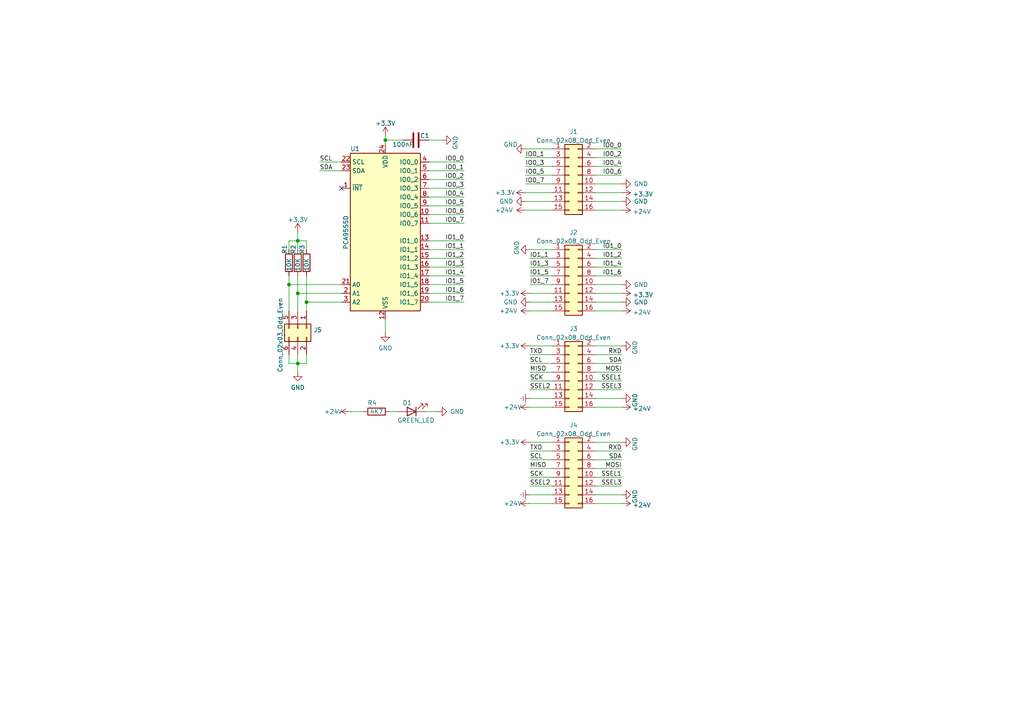
<source format=kicad_sch>
(kicad_sch (version 20211123) (generator eeschema)
  (paper "A4")
  (title_block (title "dvert") (date "2023-04-06") (rev "1.1") (company "www.iotvertebrae.com") (comment 1 "Mechanical design: Xavier Pi") (comment 2 "Circuit & PCB design: Jordi Binefa"))
  (lib_symbols
    (symbol "Connector_Generic:Conn_02x03_Odd_Even" (pin_names (offset 1.016) hide)
      (property "Reference" "J" (at 1.27 5.08 0))
      (property "Value" "Conn_02x03_Odd_Even" (at 1.27 -5.08 0))
      (symbol "Conn_02x03_Odd_Even_1_1"
        (rectangle (start -1.27 -2.413) (end 0 -2.667) (stroke (width 0.1524)))
        (rectangle (start -1.27 0.127) (end 0 -0.127) (stroke (width 0.1524)))
        (rectangle (start -1.27 2.667) (end 0 2.413) (stroke (width 0.1524)))
        (rectangle (start -1.27 3.81) (end 3.81 -3.81) (stroke (width 0.254)) (fill (type background)))
        (rectangle (start 3.81 -2.413) (end 2.54 -2.667) (stroke (width 0.1524)))
        (rectangle (start 3.81 0.127) (end 2.54 -0.127) (stroke (width 0.1524)))
        (rectangle (start 3.81 2.667) (end 2.54 2.413) (stroke (width 0.1524)))
        (pin passive line (at -5.08 2.54 0) (length 3.81) (name "Pin_1") (number "1"))
        (pin passive line (at 7.62 2.54 180) (length 3.81) (name "Pin_2") (number "2"))
        (pin passive line (at -5.08 0 0) (length 3.81) (name "Pin_3") (number "3"))
        (pin passive line (at 7.62 0 180) (length 3.81) (name "Pin_4") (number "4"))
        (pin passive line (at -5.08 -2.54 0) (length 3.81) (name "Pin_5") (number "5"))
        (pin passive line (at 7.62 -2.54 180) (length 3.81) (name "Pin_6") (number "6"))
      )
    )
    (symbol "Connector_Generic:Conn_02x08_Odd_Even" (pin_names (offset 1.016) hide)
      (property "Reference" "J" (at 1.27 10.16 0))
      (property "Value" "Conn_02x08_Odd_Even" (at 1.27 -12.7 0))
      (symbol "Conn_02x08_Odd_Even_1_1"
        (rectangle (start -1.27 -10.033) (end 0 -10.287) (stroke (width 0.1524)))
        (rectangle (start -1.27 -7.493) (end 0 -7.747) (stroke (width 0.1524)))
        (rectangle (start -1.27 -4.953) (end 0 -5.207) (stroke (width 0.1524)))
        (rectangle (start -1.27 -2.413) (end 0 -2.667) (stroke (width 0.1524)))
        (rectangle (start -1.27 0.127) (end 0 -0.127) (stroke (width 0.1524)))
        (rectangle (start -1.27 2.667) (end 0 2.413) (stroke (width 0.1524)))
        (rectangle (start -1.27 5.207) (end 0 4.953) (stroke (width 0.1524)))
        (rectangle (start -1.27 7.747) (end 0 7.493) (stroke (width 0.1524)))
        (rectangle (start -1.27 8.89) (end 3.81 -11.43) (stroke (width 0.254)) (fill (type background)))
        (rectangle (start 3.81 -10.033) (end 2.54 -10.287) (stroke (width 0.1524)))
        (rectangle (start 3.81 -7.493) (end 2.54 -7.747) (stroke (width 0.1524)))
        (rectangle (start 3.81 -4.953) (end 2.54 -5.207) (stroke (width 0.1524)))
        (rectangle (start 3.81 -2.413) (end 2.54 -2.667) (stroke (width 0.1524)))
        (rectangle (start 3.81 0.127) (end 2.54 -0.127) (stroke (width 0.1524)))
        (rectangle (start 3.81 2.667) (end 2.54 2.413) (stroke (width 0.1524)))
        (rectangle (start 3.81 5.207) (end 2.54 4.953) (stroke (width 0.1524)))
        (rectangle (start 3.81 7.747) (end 2.54 7.493) (stroke (width 0.1524)))
        (pin passive line (at -5.08 7.62 0) (length 3.81) (name "Pin_1") (number "1"))
        (pin passive line (at 7.62 -2.54 180) (length 3.81) (name "Pin_10") (number "10"))
        (pin passive line (at -5.08 -5.08 0) (length 3.81) (name "Pin_11") (number "11"))
        (pin passive line (at 7.62 -5.08 180) (length 3.81) (name "Pin_12") (number "12"))
        (pin passive line (at -5.08 -7.62 0) (length 3.81) (name "Pin_13") (number "13"))
        (pin passive line (at 7.62 -7.62 180) (length 3.81) (name "Pin_14") (number "14"))
        (pin passive line (at -5.08 -10.16 0) (length 3.81) (name "Pin_15") (number "15"))
        (pin passive line (at 7.62 -10.16 180) (length 3.81) (name "Pin_16") (number "16"))
        (pin passive line (at 7.62 7.62 180) (length 3.81) (name "Pin_2") (number "2"))
        (pin passive line (at -5.08 5.08 0) (length 3.81) (name "Pin_3") (number "3"))
        (pin passive line (at 7.62 5.08 180) (length 3.81) (name "Pin_4") (number "4"))
        (pin passive line (at -5.08 2.54 0) (length 3.81) (name "Pin_5") (number "5"))
        (pin passive line (at 7.62 2.54 180) (length 3.81) (name "Pin_6") (number "6"))
        (pin passive line (at -5.08 0 0) (length 3.81) (name "Pin_7") (number "7"))
        (pin passive line (at 7.62 0 180) (length 3.81) (name "Pin_8") (number "8"))
        (pin passive line (at -5.08 -2.54 0) (length 3.81) (name "Pin_9") (number "9"))
      )
    )
    (symbol "Device:C" (pin_numbers hide) (pin_names (offset 0.254))
      (property "Reference" "C" (at 0.635 2.54 0))
      (property "Value" "C" (at 0.635 -2.54 0))
      (symbol "C_0_1"
        (polyline (pts (xy -2.032 -0.762) (xy 2.032 -0.762)) (stroke (width 0.508)))
        (polyline (pts (xy -2.032 0.762) (xy 2.032 0.762)) (stroke (width 0.508)))
      )
      (symbol "C_1_1"
        (pin passive line (at 0 3.81 270) (length 2.794) (name "~") (number "1"))
        (pin passive line (at 0 -3.81 90) (length 2.794) (name "~") (number "2"))
      )
    )
    (symbol "Device:LED" (pin_numbers hide) (pin_names (offset 1.016) hide)
      (property "Reference" "D" (at 0 2.54 0))
      (property "Value" "LED" (at 0 -2.54 0))
      (symbol "LED_0_1"
        (polyline (pts (xy -1.27 -1.27) (xy -1.27 1.27)) (stroke (width 0.254)))
        (polyline (pts (xy -1.27 0) (xy 1.27 0)))
        (polyline (pts (xy 1.27 -1.27) (xy 1.27 1.27) (xy -1.27 0) (xy 1.27 -1.27)) (stroke (width 0.254)))
        (polyline (pts (xy -3.048 -0.762) (xy -4.572 -2.286) (xy -3.81 -2.286) (xy -4.572 -2.286) (xy -4.572 -1.524)))
        (polyline (pts (xy -1.778 -0.762) (xy -3.302 -2.286) (xy -2.54 -2.286) (xy -3.302 -2.286) (xy -3.302 -1.524)))
      )
      (symbol "LED_1_1"
        (pin passive line (at -3.81 0 0) (length 2.54) (name "K") (number "1"))
        (pin passive line (at 3.81 0 180) (length 2.54) (name "A") (number "2"))
      )
    )
    (symbol "Device:R" (pin_numbers hide) (pin_names (offset 0))
      (property "Reference" "R" (at 2.032 0 90))
      (property "Value" "R" (at 0 0 90))
      (symbol "R_0_1"
        (rectangle (start -1.016 -2.54) (end 1.016 2.54) (stroke (width 0.254)))
      )
      (symbol "R_1_1"
        (pin passive line (at 0 3.81 270) (length 1.27) (name "~") (number "1"))
        (pin passive line (at 0 -3.81 90) (length 1.27) (name "~") (number "2"))
      )
    )
    (symbol "Interface_Expansion:PCA9555D"
      (property "Reference" "U" (at -8.89 24.13 0))
      (property "Value" "PCA9555D" (at 6.35 24.13 0))
      (symbol "PCA9555D_0_1"
        (rectangle (start -10.16 22.86) (end 10.16 -22.86) (stroke (width 0.254)) (fill (type background)))
      )
      (symbol "PCA9555D_1_1"
        (pin open_collector line (at -12.7 12.7 0) (length 2.54) (name "~{INT}") (number "1"))
        (pin bidirectional line (at 12.7 5.08 180) (length 2.54) (name "IO0_6") (number "10"))
        (pin bidirectional line (at 12.7 2.54 180) (length 2.54) (name "IO0_7") (number "11"))
        (pin power_in line (at 0 -25.4 90) (length 2.54) (name "VSS") (number "12"))
        (pin bidirectional line (at 12.7 -2.54 180) (length 2.54) (name "IO1_0") (number "13"))
        (pin bidirectional line (at 12.7 -5.08 180) (length 2.54) (name "IO1_1") (number "14"))
        (pin bidirectional line (at 12.7 -7.62 180) (length 2.54) (name "IO1_2") (number "15"))
        (pin bidirectional line (at 12.7 -10.16 180) (length 2.54) (name "IO1_3") (number "16"))
        (pin bidirectional line (at 12.7 -12.7 180) (length 2.54) (name "IO1_4") (number "17"))
        (pin bidirectional line (at 12.7 -15.24 180) (length 2.54) (name "IO1_5") (number "18"))
        (pin bidirectional line (at 12.7 -17.78 180) (length 2.54) (name "IO1_6") (number "19"))
        (pin input line (at -12.7 -17.78 0) (length 2.54) (name "A1") (number "2"))
        (pin bidirectional line (at 12.7 -20.32 180) (length 2.54) (name "IO1_7") (number "20"))
        (pin input line (at -12.7 -15.24 0) (length 2.54) (name "A0") (number "21"))
        (pin input line (at -12.7 20.32 0) (length 2.54) (name "SCL") (number "22"))
        (pin bidirectional line (at -12.7 17.78 0) (length 2.54) (name "SDA") (number "23"))
        (pin power_in line (at 0 25.4 270) (length 2.54) (name "VDD") (number "24"))
        (pin input line (at -12.7 -20.32 0) (length 2.54) (name "A2") (number "3"))
        (pin bidirectional line (at 12.7 20.32 180) (length 2.54) (name "IO0_0") (number "4"))
        (pin bidirectional line (at 12.7 17.78 180) (length 2.54) (name "IO0_1") (number "5"))
        (pin bidirectional line (at 12.7 15.24 180) (length 2.54) (name "IO0_2") (number "6"))
        (pin bidirectional line (at 12.7 12.7 180) (length 2.54) (name "IO0_3") (number "7"))
        (pin bidirectional line (at 12.7 10.16 180) (length 2.54) (name "IO0_4") (number "8"))
        (pin bidirectional line (at 12.7 7.62 180) (length 2.54) (name "IO0_5") (number "9"))
      )
    )
    (symbol "power:+24V" (power) (pin_names (offset 0))
      (property "Value" "+24V" (at 0 3.556 0))
      (symbol "+24V_0_1"
        (polyline (pts (xy -0.762 1.27) (xy 0 2.54)))
        (polyline (pts (xy 0 0) (xy 0 2.54)))
        (polyline (pts (xy 0 2.54) (xy 0.762 1.27)))
      )
      (symbol "+24V_1_1"
        (pin power_in line (at 0 0 90) (length 0) hide (name "+24V") (number "1"))
      )
    )
    (symbol "power:+3.3V" (power) (pin_names (offset 0))
      (property "Value" "+3.3V" (at 0 3.556 0))
      (symbol "+3.3V_0_1"
        (polyline (pts (xy -0.762 1.27) (xy 0 2.54)))
        (polyline (pts (xy 0 0) (xy 0 2.54)))
        (polyline (pts (xy 0 2.54) (xy 0.762 1.27)))
      )
      (symbol "+3.3V_1_1"
        (pin power_in line (at 0 0 90) (length 0) hide (name "+3.3V") (number "1"))
      )
    )
    (symbol "power:Earth" (power) (pin_names (offset 0))
      (symbol "Earth_0_1"
        (polyline (pts (xy -0.635 -1.905) (xy 0.635 -1.905)))
        (polyline (pts (xy -0.127 -2.54) (xy 0.127 -2.54)))
        (polyline (pts (xy 0 -1.27) (xy 0 0)))
        (polyline (pts (xy 1.27 -1.27) (xy -1.27 -1.27)))
      )
      (symbol "Earth_1_1"
        (pin power_in line (at 0 0 270) (length 0) hide (name "Earth") (number "1"))
      )
    )
    (symbol "power:GND" (power) (pin_names (offset 0))
      (property "Value" "GND" (at 0 -3.81 0))
      (symbol "GND_0_1"
        (polyline (pts (xy 0 0) (xy 0 -1.27) (xy 1.27 -1.27) (xy 0 -2.54) (xy -1.27 -1.27) (xy 0 -1.27)))
      )
      (symbol "GND_1_1"
        (pin power_in line (at 0 0 270) (length 0) hide (name "GND") (number "1"))
      )
    )
  )
  (junction (at 88.9 87.63))
  (junction (at 86.36 69.85))
  (junction (at 83.82 82.55))
  (junction (at 86.36 85.09))
  (junction (at 86.36 105.41))
  (junction (at 111.76 40.64))
  (no_connect (at 99.06 54.61))
  (wire (pts (xy 152.4 48.26) (xy 160.02 48.26)))
  (wire (pts (xy 172.72 102.87) (xy 180.34 102.87)))
  (wire (pts (xy 153.67 107.95) (xy 160.02 107.95)))
  (wire (pts (xy 153.67 140.97) (xy 160.02 140.97)))
  (wire (pts (xy 153.67 135.89) (xy 160.02 135.89)))
  (wire (pts (xy 172.72 48.26) (xy 180.34 48.26)))
  (wire (pts (xy 124.46 74.93) (xy 134.62 74.93)))
  (wire (pts (xy 172.72 87.63) (xy 180.34 87.63)))
  (wire (pts (xy 153.67 102.87) (xy 160.02 102.87)))
  (wire (pts (xy 101.6 119.38) (xy 105.41 119.38)))
  (wire (pts (xy 86.36 102.87) (xy 86.36 105.41)))
  (wire (pts (xy 153.67 143.51) (xy 160.02 143.51)))
  (wire (pts (xy 172.72 80.01) (xy 180.34 80.01)))
  (wire (pts (xy 124.46 72.39) (xy 134.62 72.39)))
  (wire (pts (xy 172.72 113.03) (xy 180.34 113.03)))
  (wire (pts (xy 111.76 40.64) (xy 116.84 40.64)))
  (wire (pts (xy 153.67 128.27) (xy 160.02 128.27)))
  (wire (pts (xy 92.71 49.53) (xy 99.06 49.53)))
  (wire (pts (xy 172.72 138.43) (xy 180.34 138.43)))
  (wire (pts (xy 153.67 90.17) (xy 160.02 90.17)))
  (wire (pts (xy 83.82 69.85) (xy 86.36 69.85)))
  (wire (pts (xy 124.46 82.55) (xy 134.62 82.55)))
  (wire (pts (xy 172.72 128.27) (xy 180.34 128.27)))
  (wire (pts (xy 172.72 50.8) (xy 180.34 50.8)))
  (wire (pts (xy 172.72 58.42) (xy 180.34 58.42)))
  (wire (pts (xy 124.46 64.77) (xy 134.62 64.77)))
  (wire (pts (xy 153.67 82.55) (xy 160.02 82.55)))
  (wire (pts (xy 124.46 87.63) (xy 134.62 87.63)))
  (wire (pts (xy 88.9 105.41) (xy 86.36 105.41)))
  (wire (pts (xy 88.9 69.85) (xy 88.9 72.39)))
  (wire (pts (xy 124.46 77.47) (xy 134.62 77.47)))
  (wire (pts (xy 83.82 72.39) (xy 83.82 69.85)))
  (wire (pts (xy 111.76 39.37) (xy 111.76 40.64)))
  (wire (pts (xy 88.9 102.87) (xy 88.9 105.41)))
  (wire (pts (xy 172.72 107.95) (xy 180.34 107.95)))
  (wire (pts (xy 123.19 119.38) (xy 127 119.38)))
  (wire (pts (xy 124.46 69.85) (xy 134.62 69.85)))
  (wire (pts (xy 152.4 45.72) (xy 160.02 45.72)))
  (wire (pts (xy 88.9 87.63) (xy 88.9 90.17)))
  (wire (pts (xy 124.46 62.23) (xy 134.62 62.23)))
  (wire (pts (xy 153.67 74.93) (xy 160.02 74.93)))
  (wire (pts (xy 124.46 85.09) (xy 134.62 85.09)))
  (wire (pts (xy 172.72 135.89) (xy 180.34 135.89)))
  (wire (pts (xy 83.82 105.41) (xy 86.36 105.41)))
  (wire (pts (xy 172.72 110.49) (xy 180.34 110.49)))
  (wire (pts (xy 172.72 74.93) (xy 180.34 74.93)))
  (wire (pts (xy 153.67 87.63) (xy 160.02 87.63)))
  (wire (pts (xy 172.72 146.05) (xy 180.34 146.05)))
  (wire (pts (xy 172.72 77.47) (xy 180.34 77.47)))
  (wire (pts (xy 111.76 40.64) (xy 111.76 41.91)))
  (wire (pts (xy 152.4 50.8) (xy 160.02 50.8)))
  (wire (pts (xy 152.4 58.42) (xy 160.02 58.42)))
  (wire (pts (xy 172.72 100.33) (xy 180.34 100.33)))
  (wire (pts (xy 172.72 105.41) (xy 180.34 105.41)))
  (wire (pts (xy 172.72 72.39) (xy 180.34 72.39)))
  (wire (pts (xy 172.72 90.17) (xy 180.34 90.17)))
  (wire (pts (xy 153.67 146.05) (xy 160.02 146.05)))
  (wire (pts (xy 152.4 43.18) (xy 160.02 43.18)))
  (wire (pts (xy 124.46 54.61) (xy 134.62 54.61)))
  (wire (pts (xy 83.82 82.55) (xy 83.82 90.17)))
  (wire (pts (xy 124.46 46.99) (xy 134.62 46.99)))
  (wire (pts (xy 172.72 118.11) (xy 180.34 118.11)))
  (wire (pts (xy 172.72 130.81) (xy 180.34 130.81)))
  (wire (pts (xy 153.67 72.39) (xy 160.02 72.39)))
  (wire (pts (xy 83.82 80.01) (xy 83.82 82.55)))
  (wire (pts (xy 172.72 82.55) (xy 180.34 82.55)))
  (wire (pts (xy 172.72 60.96) (xy 180.34 60.96)))
  (wire (pts (xy 88.9 87.63) (xy 99.06 87.63)))
  (wire (pts (xy 153.67 100.33) (xy 160.02 100.33)))
  (wire (pts (xy 153.67 77.47) (xy 160.02 77.47)))
  (wire (pts (xy 172.72 45.72) (xy 180.34 45.72)))
  (wire (pts (xy 153.67 115.57) (xy 160.02 115.57)))
  (wire (pts (xy 153.67 138.43) (xy 160.02 138.43)))
  (wire (pts (xy 86.36 69.85) (xy 86.36 72.39)))
  (wire (pts (xy 152.4 60.96) (xy 160.02 60.96)))
  (wire (pts (xy 92.71 46.99) (xy 99.06 46.99)))
  (wire (pts (xy 152.4 53.34) (xy 160.02 53.34)))
  (wire (pts (xy 86.36 69.85) (xy 88.9 69.85)))
  (wire (pts (xy 172.72 115.57) (xy 180.34 115.57)))
  (wire (pts (xy 86.36 85.09) (xy 99.06 85.09)))
  (wire (pts (xy 86.36 105.41) (xy 86.36 107.95)))
  (wire (pts (xy 113.03 119.38) (xy 115.57 119.38)))
  (wire (pts (xy 172.72 55.88) (xy 180.34 55.88)))
  (wire (pts (xy 153.67 85.09) (xy 160.02 85.09)))
  (wire (pts (xy 153.67 133.35) (xy 160.02 133.35)))
  (wire (pts (xy 86.36 85.09) (xy 86.36 90.17)))
  (wire (pts (xy 86.36 67.31) (xy 86.36 69.85)))
  (wire (pts (xy 124.46 52.07) (xy 134.62 52.07)))
  (wire (pts (xy 172.72 43.18) (xy 180.34 43.18)))
  (wire (pts (xy 124.46 59.69) (xy 134.62 59.69)))
  (wire (pts (xy 172.72 85.09) (xy 180.34 85.09)))
  (wire (pts (xy 172.72 133.35) (xy 180.34 133.35)))
  (wire (pts (xy 124.46 80.01) (xy 134.62 80.01)))
  (wire (pts (xy 124.46 40.64) (xy 128.27 40.64)))
  (wire (pts (xy 153.67 110.49) (xy 160.02 110.49)))
  (wire (pts (xy 88.9 80.01) (xy 88.9 87.63)))
  (wire (pts (xy 172.72 140.97) (xy 180.34 140.97)))
  (wire (pts (xy 172.72 143.51) (xy 180.34 143.51)))
  (wire (pts (xy 124.46 57.15) (xy 134.62 57.15)))
  (wire (pts (xy 86.36 80.01) (xy 86.36 85.09)))
  (wire (pts (xy 172.72 53.34) (xy 180.34 53.34)))
  (wire (pts (xy 111.76 92.71) (xy 111.76 96.52)))
  (wire (pts (xy 124.46 49.53) (xy 134.62 49.53)))
  (wire (pts (xy 153.67 113.03) (xy 160.02 113.03)))
  (wire (pts (xy 83.82 102.87) (xy 83.82 105.41)))
  (wire (pts (xy 83.82 82.55) (xy 99.06 82.55)))
  (wire (pts (xy 153.67 80.01) (xy 160.02 80.01)))
  (wire (pts (xy 153.67 105.41) (xy 160.02 105.41)))
  (wire (pts (xy 153.67 118.11) (xy 160.02 118.11)))
  (wire (pts (xy 152.4 55.88) (xy 160.02 55.88)))
  (wire (pts (xy 153.67 130.81) (xy 160.02 130.81)))
  (label "IO1_6" (at 180.34 80.01 180))
  (label "IO0_2" (at 134.62 52.07 180))
  (label "SSEL2" (at 153.67 140.97 0))
  (label "TXD" (at 153.67 130.81 0))
  (label "RXD" (at 180.34 102.87 180))
  (label "IO0_3" (at 152.4 48.26 0))
  (label "SDA" (at 92.71 49.53 0))
  (label "IO1_4" (at 134.62 80.01 180))
  (label "IO0_6" (at 134.62 62.23 180))
  (label "IO1_3" (at 153.67 77.47 0))
  (label "MOSI" (at 180.34 135.89 180))
  (label "TXD" (at 153.67 102.87 0))
  (label "IO1_3" (at 134.62 77.47 180))
  (label "IO0_1" (at 134.62 49.53 180))
  (label "MISO" (at 153.67 107.95 0))
  (label "SCL" (at 92.71 46.99 0))
  (label "IO1_5" (at 153.67 80.01 0))
  (label "SCL" (at 153.67 105.41 0))
  (label "SSEL2" (at 153.67 113.03 0))
  (label "IO1_7" (at 153.67 82.55 0))
  (label "IO0_7" (at 152.4 53.34 0))
  (label "SSEL1" (at 180.34 138.43 180))
  (label "IO1_1" (at 134.62 72.39 180))
  (label "IO1_0" (at 180.34 72.39 180))
  (label "IO0_5" (at 152.4 50.8 0))
  (label "IO1_6" (at 134.62 85.09 180))
  (label "IO0_7" (at 134.62 64.77 180))
  (label "IO1_4" (at 180.34 77.47 180))
  (label "IO1_2" (at 180.34 74.93 180))
  (label "IO1_0" (at 134.62 69.85 180))
  (label "IO1_7" (at 134.62 87.63 180))
  (label "IO0_6" (at 180.34 50.8 180))
  (label "IO0_0" (at 180.34 43.18 180))
  (label "IO0_4" (at 180.34 48.26 180))
  (label "MISO" (at 153.67 135.89 0))
  (label "IO0_5" (at 134.62 59.69 180))
  (label "MOSI" (at 180.34 107.95 180))
  (label "RXD" (at 180.34 130.81 180))
  (label "IO0_2" (at 180.34 45.72 180))
  (label "IO1_1" (at 153.67 74.93 0))
  (label "IO0_0" (at 134.62 46.99 180))
  (label "SDA" (at 180.34 133.35 180))
  (label "SCL" (at 153.67 133.35 0))
  (label "SSEL3" (at 180.34 113.03 180))
  (label "IO0_3" (at 134.62 54.61 180))
  (label "IO1_2" (at 134.62 74.93 180))
  (label "SCK" (at 153.67 110.49 0))
  (label "IO1_5" (at 134.62 82.55 180))
  (label "SSEL3" (at 180.34 140.97 180))
  (label "SSEL1" (at 180.34 110.49 180))
  (label "SDA" (at 180.34 105.41 180))
  (label "SCK" (at 153.67 138.43 0))
  (label "IO0_1" (at 152.4 45.72 0))
  (label "IO0_4" (at 134.62 57.15 180))
  (symbol (lib_id "power:GND") (at 180.34 128.27 90) (unit 1)
    (property "Reference" "#PWR029" (effects hide))
    (property "Value" "GND" (at 184.15 130.81 0) (effects (justify left)))
  )
  (symbol (lib_id "power:GND") (at 180.34 58.42 90) (unit 1)
    (property "Reference" "#PWR020" (effects hide))
    (property "Value" "GND" (at 187.96 58.42 90) (effects (justify left)))
  )
  (symbol (lib_id "power:GND") (at 128.27 40.64 90) (unit 1)
    (property "Reference" "#PWR05" (effects hide))
    (property "Value" "GND" (at 132.08 39.37 0) (effects (justify right)))
  )
  (symbol (lib_id "power:+24V") (at 153.67 146.05 90) (unit 1)
    (property "Reference" "#PWR017" (effects hide))
    (property "Value" "+24V" (at 146.05 146.05 90) (effects (justify right)))
  )
  (symbol (lib_id "power:+24V") (at 180.34 146.05 270) (unit 1)
    (property "Reference" "#PWR031" (effects hide))
    (property "Value" "+24V" (at 183.515 146.4838 90) (effects (justify left)))
  )
  (symbol (lib_id "power:GND") (at 180.34 87.63 90) (unit 1)
    (property "Reference" "#PWR0103" (effects hide))
    (property "Value" "GND" (at 187.96 87.63 90) (effects (justify left)))
  )
  (symbol (lib_id "Device:R") (at 86.36 76.2 0) (unit 1)
    (property "Reference" "R2" (at 85.09 73.66 90) (effects (justify left)))
    (property "Value" "10K" (at 86.36 78.74 90) (effects (justify left)))
    (property "Footprint" "Resistor_SMD:R_0805_2012Metric_Pad1.20x1.40mm_HandSolder" (effects hide))
  )
  (symbol (lib_id "Connector_Generic:Conn_02x08_Odd_Even") (at 165.1 50.8 0) (unit 1)
    (property "Reference" "J1" (at 166.37 38.2102 0))
    (property "Value" "Conn_02x08_Odd_Even" (at 166.37 40.7471 0))
    (property "Footprint" "Connector_PinHeader_2.54mm:PinHeader_2x08_P2.54mm_Vertical" (effects hide))
  )
  (symbol (lib_id "Connector_Generic:Conn_02x03_Odd_Even") (at 86.36 95.25 270) (unit 1)
    (property "Reference" "J5" (at 90.932 95.6853 90) (effects (justify left)))
    (property "Value" "Conn_02x03_Odd_Even" (at 81.28 86.36 0) (effects (justify left)))
    (property "Footprint" "Connector_PinHeader_2.54mm:PinHeader_2x03_P2.54mm_Vertical" (effects hide))
  )
  (symbol (lib_id "power:+24V") (at 101.6 119.38 90) (unit 1)
    (property "Reference" "#PWR011" (effects hide))
    (property "Value" "+24V" (at 93.98 119.38 90) (effects (justify right)))
  )
  (symbol (lib_id "power:Earth") (at 153.67 115.57 270) (unit 1)
    (property "Reference" "#PWR0107" (effects hide))
    (property "Value" "Earth" (effects hide))
  )
  (symbol (lib_id "power:+3.3V") (at 153.67 128.27 90) (unit 1)
    (property "Reference" "#PWR016" (effects hide))
    (property "Value" "+3.3V" (at 144.78 128.27 90) (effects (justify right)))
  )
  (symbol (lib_id "Interface_Expansion:PCA9555D") (at 111.76 67.31 0) (unit 1)
    (property "Reference" "U1" (at 101.6 43.18 0) (effects (justify left)))
    (property "Value" "PCA9555D" (at 100.33 72.39 90) (effects (justify left)))
    (property "Footprint" "Package_SO:SOIC-24W_7.5x15.4mm_P1.27mm" (effects hide))
    (property "Datasheet" "https://www.nxp.com/docs/en/data-sheet/PCA9555.pdf" (effects hide))
  )
  (symbol (lib_id "power:+24V") (at 153.67 118.11 90) (unit 1)
    (property "Reference" "#PWR015" (effects hide))
    (property "Value" "+24V" (at 146.05 118.11 90) (effects (justify right)))
  )
  (symbol (lib_id "power:+3.3V") (at 153.67 85.09 90) (unit 1)
    (property "Reference" "#PWR0102" (effects hide))
    (property "Value" "+3.3V" (at 144.78 85.09 90) (effects (justify right)))
  )
  (symbol (lib_id "power:GND") (at 86.36 107.95 0) (unit 1)
    (property "Reference" "#PWR02" (effects hide))
    (property "Value" "GND" (at 86.36 112.3934 0))
  )
  (symbol (lib_id "power:GND") (at 152.4 58.42 270) (unit 1)
    (property "Reference" "#PWR07" (effects hide))
    (property "Value" "GND" (at 144.78 58.42 90) (effects (justify left)))
  )
  (symbol (lib_id "power:GND") (at 153.67 87.63 270) (unit 1)
    (property "Reference" "#PWR0106" (effects hide))
    (property "Value" "GND" (at 146.05 87.63 90) (effects (justify left)))
  )
  (symbol (lib_id "Device:LED") (at 119.38 119.38 180) (unit 1)
    (property "Reference" "D1" (at 118.11 116.84 0))
    (property "Value" "GREEN_LED" (at 120.65 121.92 0))
    (property "Footprint" "LED_SMD:LED_1206_3216Metric_Pad1.42x1.75mm_HandSolder" (effects hide))
  )
  (symbol (lib_id "power:Earth") (at 153.67 143.51 270) (unit 1)
    (property "Reference" "#PWR0108" (effects hide))
    (property "Value" "Earth" (effects hide))
  )
  (symbol (lib_id "power:GND") (at 152.4 43.18 270) (unit 1)
    (property "Reference" "#PWR06" (effects hide))
    (property "Value" "GND" (at 146.05 41.91 90) (effects (justify left)))
  )
  (symbol (lib_id "power:+24V") (at 153.67 90.17 90) (unit 1)
    (property "Reference" "#PWR0101" (effects hide))
    (property "Value" "+24V" (at 144.78 90.17 90) (effects (justify right)))
  )
  (symbol (lib_id "power:GND") (at 180.34 100.33 90) (unit 1)
    (property "Reference" "#PWR026" (effects hide))
    (property "Value" "GND" (at 184.15 102.87 0) (effects (justify left)))
  )
  (symbol (lib_id "Connector_Generic:Conn_02x08_Odd_Even") (at 165.1 107.95 0) (unit 1)
    (property "Reference" "J3" (at 166.37 95.3602 0))
    (property "Value" "Conn_02x08_Odd_Even" (at 166.37 97.8971 0))
    (property "Footprint" "Connector_PinHeader_2.54mm:PinHeader_2x08_P2.54mm_Vertical" (effects hide))
  )
  (symbol (lib_id "power:+3.3V") (at 180.34 55.88 270) (unit 1)
    (property "Reference" "#PWR021" (effects hide))
    (property "Value" "+3.3V" (at 183.515 56.3138 90) (effects (justify left)))
  )
  (symbol (lib_id "Connector_Generic:Conn_02x08_Odd_Even") (at 165.1 135.89 0) (unit 1)
    (property "Reference" "J4" (at 166.37 123.3002 0))
    (property "Value" "Conn_02x08_Odd_Even" (at 166.37 125.8371 0))
    (property "Footprint" "Connector_PinHeader_2.54mm:PinHeader_2x08_P2.54mm_Vertical" (effects hide))
  )
  (symbol (lib_id "power:GND") (at 180.34 115.57 90) (unit 1)
    (property "Reference" "#PWR027" (effects hide))
    (property "Value" "GND" (at 184.15 118.11 0) (effects (justify left)))
  )
  (symbol (lib_id "power:GND") (at 180.34 143.51 90) (unit 1)
    (property "Reference" "#PWR030" (effects hide))
    (property "Value" "GND" (at 184.15 146.05 0) (effects (justify left)))
  )
  (symbol (lib_id "power:GND") (at 153.67 72.39 270) (unit 1)
    (property "Reference" "#PWR010" (effects hide))
    (property "Value" "GND" (at 149.86 69.85 0) (effects (justify left)))
  )
  (symbol (lib_id "Connector_Generic:Conn_02x08_Odd_Even") (at 165.1 80.01 0) (unit 1)
    (property "Reference" "J2" (at 166.37 67.4202 0))
    (property "Value" "Conn_02x08_Odd_Even" (at 166.37 69.9571 0))
    (property "Footprint" "Connector_PinHeader_2.54mm:PinHeader_2x08_P2.54mm_Vertical" (effects hide))
  )
  (symbol (lib_id "Device:R") (at 83.82 76.2 0) (unit 1)
    (property "Reference" "R1" (at 82.55 73.66 90) (effects (justify left)))
    (property "Value" "10K" (at 83.82 78.74 90) (effects (justify left)))
    (property "Footprint" "Resistor_SMD:R_0805_2012Metric_Pad1.20x1.40mm_HandSolder" (effects hide))
  )
  (symbol (lib_id "power:+24V") (at 180.34 90.17 270) (unit 1)
    (property "Reference" "#PWR0105" (effects hide))
    (property "Value" "+24V" (at 183.515 90.6038 90) (effects (justify left)))
  )
  (symbol (lib_id "power:GND") (at 127 119.38 90) (unit 1)
    (property "Reference" "#PWR012" (effects hide))
    (property "Value" "GND" (at 134.62 119.38 90) (effects (justify left)))
  )
  (symbol (lib_id "power:GND") (at 111.76 96.52 0) (unit 1)
    (property "Reference" "#PWR04" (effects hide))
    (property "Value" "GND" (at 111.76 100.9634 0))
  )
  (symbol (lib_id "Device:R") (at 109.22 119.38 90) (unit 1)
    (property "Reference" "R4" (at 107.95 116.84 90))
    (property "Value" "4K7" (at 109.22 119.38 90))
    (property "Footprint" "Resistor_SMD:R_0805_2012Metric_Pad1.20x1.40mm_HandSolder" (effects hide))
  )
  (symbol (lib_id "power:+3.3V") (at 111.76 39.37 0) (unit 1)
    (property "Reference" "#PWR03" (effects hide))
    (property "Value" "+3.3V" (at 111.76 35.7942 0))
  )
  (symbol (lib_id "power:+3.3V") (at 180.34 85.09 270) (unit 1)
    (property "Reference" "#PWR0104" (effects hide))
    (property "Value" "+3.3V" (at 183.515 85.5238 90) (effects (justify left)))
  )
  (symbol (lib_id "power:GND") (at 180.34 82.55 90) (unit 1)
    (property "Reference" "#PWR022" (effects hide))
    (property "Value" "GND" (at 187.96 82.55 90) (effects (justify left)))
  )
  (symbol (lib_id "power:GND") (at 180.34 53.34 90) (unit 1)
    (property "Reference" "#PWR018" (effects hide))
    (property "Value" "GND" (at 187.96 53.34 90) (effects (justify left)))
  )
  (symbol (lib_id "Device:R") (at 88.9 76.2 0) (unit 1)
    (property "Reference" "R3" (at 87.63 73.66 90) (effects (justify left)))
    (property "Value" "10K" (at 88.9 78.74 90) (effects (justify left)))
    (property "Footprint" "Resistor_SMD:R_0805_2012Metric_Pad1.20x1.40mm_HandSolder" (effects hide))
  )
  (symbol (lib_id "power:+24V") (at 180.34 118.11 270) (unit 1)
    (property "Reference" "#PWR028" (effects hide))
    (property "Value" "+24V" (at 183.515 118.5438 90) (effects (justify left)))
  )
  (symbol (lib_id "power:+24V") (at 152.4 60.96 90) (unit 1)
    (property "Reference" "#PWR08" (effects hide))
    (property "Value" "+24V" (at 143.51 60.96 90) (effects (justify right)))
  )
  (symbol (lib_id "power:+3.3V") (at 152.4 55.88 90) (unit 1)
    (property "Reference" "#PWR09" (effects hide))
    (property "Value" "+3.3V" (at 143.51 55.88 90) (effects (justify right)))
  )
  (symbol (lib_id "power:+3.3V") (at 86.36 67.31 0) (unit 1)
    (property "Reference" "#PWR01" (effects hide))
    (property "Value" "+3.3V" (at 86.36 63.7342 0))
  )
  (symbol (lib_id "power:+3.3V") (at 153.67 100.33 90) (unit 1)
    (property "Reference" "#PWR014" (effects hide))
    (property "Value" "+3.3V" (at 144.78 100.33 90) (effects (justify right)))
  )
  (symbol (lib_id "power:+24V") (at 180.34 60.96 270) (unit 1)
    (property "Reference" "#PWR019" (effects hide))
    (property "Value" "+24V" (at 183.515 61.3938 90) (effects (justify left)))
  )
  (symbol (lib_id "Device:C") (at 120.65 40.64 90) (unit 1)
    (property "Reference" "C1" (at 123.19 39.37 90))
    (property "Value" "100nF" (at 116.84 41.91 90))
    (property "Footprint" "Capacitor_SMD:C_0805_2012Metric_Pad1.18x1.45mm_HandSolder" (effects hide))
  )
)
</source>
